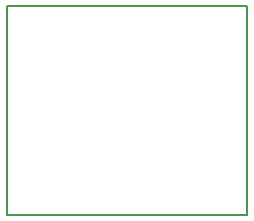
<source format=gm1>
G04 MADE WITH FRITZING*
G04 WWW.FRITZING.ORG*
G04 DOUBLE SIDED*
G04 HOLES PLATED*
G04 CONTOUR ON CENTER OF CONTOUR VECTOR*
%ASAXBY*%
%FSLAX23Y23*%
%MOIN*%
%OFA0B0*%
%SFA1.0B1.0*%
%ADD10R,0.807102X0.701539*%
%ADD11C,0.008000*%
%ADD10C,0.008*%
%LNCONTOUR*%
G90*
G70*
G54D10*
G54D11*
X4Y698D02*
X803Y698D01*
X803Y4D01*
X4Y4D01*
X4Y698D01*
D02*
G04 End of contour*
M02*
</source>
